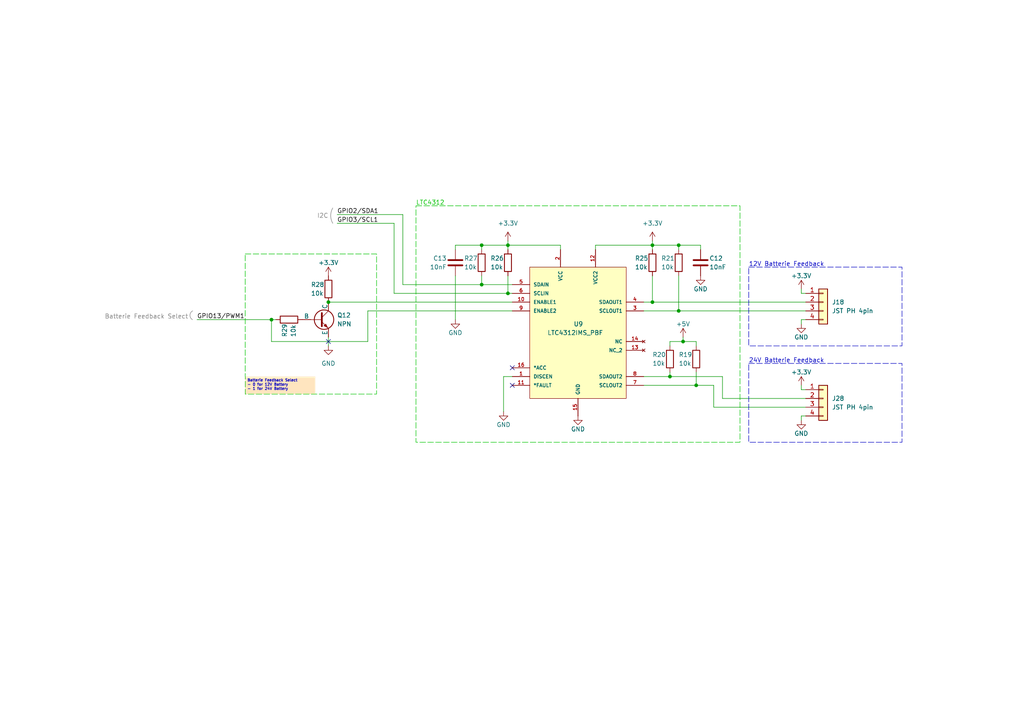
<source format=kicad_sch>
(kicad_sch (version 20230121) (generator eeschema)
  (paper "A4")
  (lib_symbols
    (symbol "1ExoSpineLibrary:LTC4312IMS_PBF" (pin_names (offset 1.016))
      (property "Reference" "U" (at -1.27 0 0))
      (property "Value" "LTC4312IMS_PBF" (at -7.62 -2.54 0))
      (symbol "LTC4312IMS_PBF_0_0"
        (rectangle (start -13.97 17.78) (end 13.97 -20.32) (stroke (width 0.1524)) (fill (type background)))
      )
      (symbol "LTC4312IMS_PBF_1_0"
        (pin input line (at -19.05 -13.97 0) (length 5.08) (name "DISCEN") (number "1"))
        (pin bidirectional line (at -19.05 7.62 0) (length 5.08) (name "ENABLE1") (number "10"))
        (pin output line (at -19.05 -16.51 0) (length 5.08) (name "*FAULT") (number "11"))
        (pin power_in line (at 5.08 22.86 270) (length 5.08) (name "VCC2") (number "12"))
        (pin no_connect line (at 19.05 -6.35 180) (length 5.08) (name "NC_2") (number "13"))
        (pin no_connect line (at 19.05 -3.81 180) (length 5.08) (name "NC") (number "14"))
        (pin power_in line (at 0 -25.4 90) (length 5.08) (name "GND") (number "15"))
        (pin passive line (at -19.05 -11.43 0) (length 5.08) (name "*ACC") (number "16"))
        (pin power_in line (at -5.08 22.86 270) (length 5.08) (name "VCC") (number "2"))
        (pin bidirectional line (at 19.05 5.08 180) (length 5.08) (name "SCLOUT1") (number "3"))
        (pin bidirectional line (at 19.05 7.62 180) (length 5.08) (name "SDAOUT1") (number "4"))
        (pin bidirectional line (at -19.05 12.7 0) (length 5.08) (name "SDAIN") (number "5"))
        (pin bidirectional line (at -19.05 10.16 0) (length 5.08) (name "SCLIN") (number "6"))
        (pin bidirectional line (at 19.05 -16.51 180) (length 5.08) (name "SCLOUT2") (number "7"))
        (pin bidirectional line (at 19.05 -13.97 180) (length 5.08) (name "SDAOUT2") (number "8"))
        (pin bidirectional line (at -19.05 5.08 0) (length 5.08) (name "ENABLE2") (number "9"))
      )
    )
    (symbol "Connector_Generic:Conn_01x04" (pin_names (offset 1.016) hide)
      (property "Reference" "J" (at 0 5.08 0))
      (property "Value" "Conn_01x04" (at 0 -7.62 0))
      (symbol "Conn_01x04_1_1"
        (rectangle (start -1.27 -4.953) (end 0 -5.207) (stroke (width 0.1524)))
        (rectangle (start -1.27 -2.413) (end 0 -2.667) (stroke (width 0.1524)))
        (rectangle (start -1.27 0.127) (end 0 -0.127) (stroke (width 0.1524)))
        (rectangle (start -1.27 2.667) (end 0 2.413) (stroke (width 0.1524)))
        (rectangle (start -1.27 3.81) (end 1.27 -6.35) (stroke (width 0.254)) (fill (type background)))
        (pin passive line (at -5.08 2.54 0) (length 3.81) (name "Pin_1") (number "1"))
        (pin passive line (at -5.08 0 0) (length 3.81) (name "Pin_2") (number "2"))
        (pin passive line (at -5.08 -2.54 0) (length 3.81) (name "Pin_3") (number "3"))
        (pin passive line (at -5.08 -5.08 0) (length 3.81) (name "Pin_4") (number "4"))
      )
    )
    (symbol "Device:C" (pin_numbers hide) (pin_names (offset 0.254))
      (property "Reference" "C" (at 0.635 2.54 0))
      (property "Value" "C" (at 0.635 -2.54 0))
      (symbol "C_0_1"
        (polyline (pts (xy -2.032 -0.762) (xy 2.032 -0.762)) (stroke (width 0.508)))
        (polyline (pts (xy -2.032 0.762) (xy 2.032 0.762)) (stroke (width 0.508)))
      )
      (symbol "C_1_1"
        (pin passive line (at 0 3.81 270) (length 2.794) (name "~") (number "1"))
        (pin passive line (at 0 -3.81 90) (length 2.794) (name "~") (number "2"))
      )
    )
    (symbol "Device:R" (pin_numbers hide) (pin_names (offset 0))
      (property "Reference" "R" (at 2.032 0 90))
      (property "Value" "R" (at 0 0 90))
      (symbol "R_0_1"
        (rectangle (start -1.016 -2.54) (end 1.016 2.54) (stroke (width 0.254)))
      )
      (symbol "R_1_1"
        (pin passive line (at 0 3.81 270) (length 1.27) (name "~") (number "1"))
        (pin passive line (at 0 -3.81 90) (length 1.27) (name "~") (number "2"))
      )
    )
    (symbol "Simulation_SPICE:NPN" (pin_numbers hide) (pin_names (offset 0))
      (property "Reference" "Q" (at -2.54 7.62 0))
      (property "Value" "NPN" (at -2.54 5.08 0))
      (symbol "NPN_0_1"
        (polyline (pts (xy -2.54 0) (xy 0.635 0)) (stroke (width 0.1524)))
        (polyline (pts (xy 0.635 0.635) (xy 2.54 2.54)))
        (polyline (pts (xy 2.794 -1.27) (xy 2.794 -1.27)) (stroke (width 0.1524)))
        (polyline (pts (xy 2.794 -1.27) (xy 2.794 -1.27)) (stroke (width 0.1524)))
        (polyline (pts (xy 0.635 -0.635) (xy 2.54 -2.54) (xy 2.54 -2.54)))
        (polyline (pts (xy 0.635 1.905) (xy 0.635 -1.905) (xy 0.635 -1.905)) (stroke (width 0.508)))
        (polyline (pts (xy 1.27 -1.778) (xy 1.778 -1.27) (xy 2.286 -2.286) (xy 1.27 -1.778) (xy 1.27 -1.778)) (fill (type outline)))
        (circle (center 1.27 0) (radius 2.8194) (stroke (width 0.254)))
      )
      (symbol "NPN_1_1"
        (pin open_collector line (at 2.54 5.08 270) (length 2.54) (name "C") (number "1"))
        (pin input line (at -5.08 0 0) (length 2.54) (name "B") (number "2"))
        (pin open_emitter line (at 2.54 -5.08 90) (length 2.54) (name "E") (number "3"))
      )
    )
    (symbol "power:+3.3V" (power) (pin_names (offset 0))
      (property "Value" "+3.3V" (at 0 3.556 0))
      (symbol "+3.3V_0_1"
        (polyline (pts (xy -0.762 1.27) (xy 0 2.54)))
        (polyline (pts (xy 0 0) (xy 0 2.54)))
        (polyline (pts (xy 0 2.54) (xy 0.762 1.27)))
      )
      (symbol "+3.3V_1_1"
        (pin power_in line (at 0 0 90) (length 0) hide (name "+3.3V") (number "1"))
      )
    )
    (symbol "power:+5V" (power) (pin_names (offset 0))
      (property "Value" "+5V" (at 0 3.556 0))
      (symbol "+5V_0_1"
        (polyline (pts (xy -0.762 1.27) (xy 0 2.54)))
        (polyline (pts (xy 0 0) (xy 0 2.54)))
        (polyline (pts (xy 0 2.54) (xy 0.762 1.27)))
      )
      (symbol "+5V_1_1"
        (pin power_in line (at 0 0 90) (length 0) hide (name "+5V") (number "1"))
      )
    )
    (symbol "power:GND" (power) (pin_names (offset 0))
      (property "Value" "GND" (at 0 -3.81 0))
      (symbol "GND_0_1"
        (polyline (pts (xy 0 0) (xy 0 -1.27) (xy 1.27 -1.27) (xy 0 -2.54) (xy -1.27 -1.27) (xy 0 -1.27)))
      )
      (symbol "GND_1_1"
        (pin power_in line (at 0 0 270) (length 0) hide (name "GND") (number "1"))
      )
    )
  )
  (junction (at 201.93 111.76))
  (junction (at 147.32 85.09))
  (junction (at 189.23 71.12))
  (junction (at 139.7 71.12))
  (junction (at 196.85 90.17))
  (junction (at 95.25 87.63))
  (junction (at 196.85 71.12))
  (junction (at 147.32 71.12))
  (junction (at 139.7 82.55))
  (junction (at 189.23 87.63))
  (junction (at 78.74 92.71))
  (junction (at 194.31 109.22))
  (junction (at 198.12 99.06))
  (no_connect (at 148.59 106.68))
  (no_connect (at 148.59 111.76))
  (no_connect (at 95.25 99.06))
  (wire (pts (xy 172.72 72.39) (xy 172.72 71.12)))
  (wire (pts (xy 209.55 115.57) (xy 209.55 109.22)))
  (wire (pts (xy 95.25 97.79) (xy 95.25 100.33)))
  (wire (pts (xy 198.12 99.06) (xy 201.93 99.06)))
  (wire (pts (xy 139.7 80.01) (xy 139.7 82.55)))
  (wire (pts (xy 196.85 71.12) (xy 203.2 71.12)))
  (wire (pts (xy 147.32 71.12) (xy 139.7 71.12)))
  (wire (pts (xy 147.32 80.01) (xy 147.32 85.09)))
  (wire (pts (xy 233.68 115.57) (xy 209.55 115.57)))
  (wire (pts (xy 106.68 90.17) (xy 148.59 90.17)))
  (wire (pts (xy 189.23 80.01) (xy 189.23 87.63)))
  (wire (pts (xy 196.85 90.17) (xy 233.68 90.17)))
  (wire (pts (xy 232.41 92.71) (xy 232.41 93.98)))
  (wire (pts (xy 95.25 87.63) (xy 148.59 87.63)))
  (wire (pts (xy 203.2 71.12) (xy 203.2 72.39)))
  (wire (pts (xy 194.31 99.06) (xy 198.12 99.06)))
  (wire (pts (xy 186.69 109.22) (xy 194.31 109.22)))
  (wire (pts (xy 147.32 85.09) (xy 148.59 85.09)))
  (wire (pts (xy 162.56 71.12) (xy 147.32 71.12)))
  (wire (pts (xy 139.7 71.12) (xy 139.7 72.39)))
  (wire (pts (xy 116.84 62.23) (xy 116.84 82.55)))
  (wire (pts (xy 147.32 71.12) (xy 147.32 72.39)))
  (wire (pts (xy 194.31 100.33) (xy 194.31 99.06)))
  (wire (pts (xy 201.93 107.95) (xy 201.93 111.76)))
  (wire (pts (xy 106.68 90.17) (xy 106.68 99.06)))
  (wire (pts (xy 116.84 82.55) (xy 139.7 82.55)))
  (wire (pts (xy 186.69 90.17) (xy 196.85 90.17)))
  (wire (pts (xy 232.41 85.09) (xy 232.41 83.82)))
  (wire (pts (xy 172.72 71.12) (xy 189.23 71.12)))
  (wire (pts (xy 146.05 119.38) (xy 146.05 109.22)))
  (wire (pts (xy 207.01 118.11) (xy 233.68 118.11)))
  (wire (pts (xy 147.32 69.85) (xy 147.32 71.12)))
  (wire (pts (xy 146.05 109.22) (xy 148.59 109.22)))
  (wire (pts (xy 232.41 85.09) (xy 233.68 85.09)))
  (wire (pts (xy 194.31 107.95) (xy 194.31 109.22)))
  (wire (pts (xy 233.68 120.65) (xy 232.41 120.65)))
  (wire (pts (xy 162.56 71.12) (xy 162.56 72.39)))
  (wire (pts (xy 57.15 92.71) (xy 78.74 92.71)))
  (wire (pts (xy 97.79 62.23) (xy 116.84 62.23)))
  (wire (pts (xy 114.3 85.09) (xy 114.3 64.77)))
  (wire (pts (xy 189.23 87.63) (xy 233.68 87.63)))
  (wire (pts (xy 201.93 111.76) (xy 207.01 111.76)))
  (wire (pts (xy 232.41 120.65) (xy 232.41 121.92)))
  (wire (pts (xy 139.7 82.55) (xy 148.59 82.55)))
  (wire (pts (xy 186.69 87.63) (xy 189.23 87.63)))
  (wire (pts (xy 201.93 99.06) (xy 201.93 100.33)))
  (wire (pts (xy 233.68 92.71) (xy 232.41 92.71)))
  (wire (pts (xy 196.85 80.01) (xy 196.85 90.17)))
  (wire (pts (xy 196.85 71.12) (xy 196.85 72.39)))
  (wire (pts (xy 194.31 109.22) (xy 209.55 109.22)))
  (wire (pts (xy 139.7 71.12) (xy 132.08 71.12)))
  (wire (pts (xy 132.08 71.12) (xy 132.08 72.39)))
  (wire (pts (xy 189.23 71.12) (xy 196.85 71.12)))
  (wire (pts (xy 132.08 92.71) (xy 132.08 80.01)))
  (wire (pts (xy 114.3 64.77) (xy 97.79 64.77)))
  (wire (pts (xy 189.23 71.12) (xy 189.23 72.39)))
  (wire (pts (xy 207.01 111.76) (xy 207.01 118.11)))
  (wire (pts (xy 198.12 97.79) (xy 198.12 99.06)))
  (wire (pts (xy 78.74 99.06) (xy 78.74 92.71)))
  (wire (pts (xy 232.41 113.03) (xy 232.41 111.76)))
  (wire (pts (xy 80.01 92.71) (xy 78.74 92.71)))
  (wire (pts (xy 232.41 113.03) (xy 233.68 113.03)))
  (wire (pts (xy 186.69 111.76) (xy 201.93 111.76)))
  (wire (pts (xy 147.32 85.09) (xy 114.3 85.09)))
  (wire (pts (xy 78.74 99.06) (xy 106.68 99.06)))
  (wire (pts (xy 189.23 69.85) (xy 189.23 71.12)))
  (rectangle (start 71.12 73.66) (end 109.22 114.3) (stroke (width 0) (type dash) (color 0 194 0 1)))
  (rectangle (start 217.17 105.41) (end 261.62 128.27) (stroke (width 0) (type dash) (color 0 0 194 1)))
  (rectangle (start 217.17 77.47) (end 261.62 100.33) (stroke (width 0) (type dash) (color 0 0 194 1)))
  (rectangle (start 120.65 59.69) (end 214.63 128.27) (stroke (width 0) (type dash) (color 0 194 0 1)))
  (arc (start 55.826 92.713) (mid 55.0982 91.4253) (end 55.88 90.17) (stroke (width 0) (color 132 132 132 1)))
  (arc (start 96.52 64.77) (mid 95.9231 62.5476) (end 96.52 60.325) (stroke (width 0) (color 132 132 132 1)))
  (text_box "Batterie Feedback Select\n- 0 for 12V Battery\n- 1 for 24V Battery" (at 71.12 109.22 0) (size 20.32 5.08) (stroke (width -0.0001)) (fill (type color) (color 255 229 191 1)) (effects (font (size 0.762 0.762)) (justify left top)))
  (text "Batterie Feedback Select" (at 54.61 92.71 0) (effects (font (size 1.27 1.27)) (justify right bottom)))
  (text "24V Batterie Feedback" (at 217.17 105.41 0) (effects (font (size 1.27 1.27)) (justify left bottom)))
  (text "12V Batterie Feedback" (at 217.17 77.47 0) (effects (font (size 1.27 1.27)) (justify left bottom)))
  (text "I2C" (at 95.25 63.5 0) (effects (font (size 1.27 1.27)) (justify right bottom)))
  (text "LTC4312" (at 120.65 59.69 0) (effects (font (size 1.27 1.27)) (justify left bottom)))
  (label "GPIO13{slash}PWM1" (at 57.15 92.71 0))
  (label "GPIO3{slash}SCL1" (at 97.79 64.77 0))
  (label "GPIO2{slash}SDA1" (at 97.79 62.23 0))
  (symbol (lib_id "power:+3.3V") (at 95.25 80.01 0) (unit 1)
    (property "Reference" "#PWR068" (effects hide))
    (property "Value" "+3.3V" (at 95.25 76.2 0))
  )
  (symbol (lib_id "power:GND") (at 95.25 100.33 0) (unit 1)
    (property "Reference" "#PWR067" (effects hide))
    (property "Value" "GND" (at 95.25 105.41 0))
  )
  (symbol (lib_id "Device:C") (at 132.08 76.2 0) (mirror y) (unit 1)
    (property "Reference" "C13" (at 129.54 74.93 0) (effects (justify left)))
    (property "Value" "10nF" (at 129.54 77.47 0) (effects (justify left)))
    (property "Footprint" "Capacitor_SMD:C_0805_2012Metric" (effects hide))
    (property "Datasheet" "https://wmsc.lcsc.com/wmsc/upload/file/pdf/v2/lcsc/2304140030_Samsung-Electro-Mechanics-CL21B103KBANNNC_C1710.pdf" (effects hide))
    (property "JLCPCB" "https://jlcpcb.com/partdetail/2062-CL21B103KBANNNC/C1710" (effects hide))
  )
  (symbol (lib_id "power:+3.3V") (at 147.32 69.85 0) (mirror y) (unit 1)
    (property "Reference" "#PWR055" (effects hide))
    (property "Value" "+3.3V" (at 147.32 64.77 0))
  )
  (symbol (lib_id "Connector_Generic:Conn_01x04") (at 238.76 87.63 0) (unit 1)
    (property "Reference" "J18" (at 241.3 87.63 0) (effects (justify left)))
    (property "Value" "JST PH 4pin" (at 241.3 90.17 0) (effects (justify left)))
    (property "Footprint" "Connector_JST:JST_PH_B4B-PH-K_1x04_P2.00mm_Vertical" (effects hide))
  )
  (symbol (lib_id "power:+3.3V") (at 189.23 69.85 0) (unit 1)
    (property "Reference" "#PWR054" (effects hide))
    (property "Value" "+3.3V" (at 189.23 64.77 0))
  )
  (symbol (lib_id "power:GND") (at 167.64 120.65 0) (unit 1)
    (property "Reference" "#PWR057" (effects hide))
    (property "Value" "GND" (at 167.64 124.46 0))
  )
  (symbol (lib_id "Simulation_SPICE:NPN") (at 92.71 92.71 0) (unit 1)
    (property "Reference" "Q12" (at 97.79 91.44 0) (effects (justify left)))
    (property "Value" "NPN" (at 97.79 93.98 0) (effects (justify left)))
    (property "Sim.Device" "NPN" (effects hide))
    (property "Sim.Type" "GUMMELPOON" (effects hide))
    (property "Sim.Pins" "1=C 2=B 3=E" (effects hide))
  )
  (symbol (lib_id "power:+5V") (at 198.12 97.79 0) (unit 1)
    (property "Reference" "#PWR052" (effects hide))
    (property "Value" "+5V" (at 198.12 93.98 0))
  )
  (symbol (lib_id "power:GND") (at 232.41 93.98 0) (unit 1)
    (property "Reference" "#PWR063" (effects hide))
    (property "Value" "GND" (at 232.41 97.79 0))
  )
  (symbol (lib_id "Device:R") (at 83.82 92.71 90) (unit 1)
    (property "Reference" "R29" (at 82.55 97.79 0) (effects (justify left)))
    (property "Value" "10k" (at 85.09 97.79 0) (effects (justify left)))
    (property "Footprint" "Resistor_SMD:R_0402_1005Metric" (effects hide))
    (property "Datasheet" "https://wmsc.lcsc.com/wmsc/upload/file/pdf/v2/lcsc/2206010100_UNI-ROYAL-Uniroyal-Elec-0402WGF1002TCE_C25744.pdf" (effects hide))
    (property "JLCPCB" "https://jlcpcb.com/partdetail/26487-0402WGF1002TCE/C25744" (effects hide))
  )
  (symbol (lib_id "Device:R") (at 201.93 104.14 0) (unit 1)
    (property "Reference" "R19" (at 196.85 102.87 0) (effects (justify left)))
    (property "Value" "10k" (at 196.85 105.41 0) (effects (justify left)))
    (property "Footprint" "Resistor_SMD:R_0402_1005Metric" (effects hide))
    (property "Datasheet" "https://wmsc.lcsc.com/wmsc/upload/file/pdf/v2/lcsc/2206010100_UNI-ROYAL-Uniroyal-Elec-0402WGF1002TCE_C25744.pdf" (effects hide))
    (property "JLCPCB" "https://jlcpcb.com/partdetail/26487-0402WGF1002TCE/C25744" (effects hide))
  )
  (symbol (lib_id "1ExoSpineLibrary:LTC4312IMS_PBF") (at 167.64 95.25 0) (unit 1)
    (property "Reference" "U9" (at 166.37 93.98 0) (effects (justify left)))
    (property "Value" "LTC4312IMS_PBF" (at 158.75 96.52 0) (effects (justify left)))
    (property "Footprint" "LTC4312IMS_PBF:MSOP-16_MS" (effects hide))
    (property "VENDOR" "Linear Technology" (effects hide))
    (property "MANUFACTURER_PART_NUMBER" "ltc4312ims#pbf" (effects hide))
  )
  (symbol (lib_id "power:+3.3V") (at 232.41 111.76 0) (unit 1)
    (property "Reference" "#PWR065" (effects hide))
    (property "Value" "+3.3V" (at 232.41 107.95 0))
  )
  (symbol (lib_id "power:+3.3V") (at 232.41 83.82 0) (unit 1)
    (property "Reference" "#PWR064" (effects hide))
    (property "Value" "+3.3V" (at 232.41 80.01 0))
  )
  (symbol (lib_id "Connector_Generic:Conn_01x04") (at 238.76 115.57 0) (unit 1)
    (property "Reference" "J28" (at 241.3 115.57 0) (effects (justify left)))
    (property "Value" "JST PH 4pin" (at 241.3 118.11 0) (effects (justify left)))
    (property "Footprint" "Connector_JST:JST_PH_B4B-PH-K_1x04_P2.00mm_Vertical" (effects hide))
  )
  (symbol (lib_id "Device:R") (at 139.7 76.2 0) (unit 1)
    (property "Reference" "R27" (at 134.62 74.93 0) (effects (justify left)))
    (property "Value" "10k" (at 134.62 77.47 0) (effects (justify left)))
    (property "Footprint" "Resistor_SMD:R_0402_1005Metric" (effects hide))
    (property "Datasheet" "https://wmsc.lcsc.com/wmsc/upload/file/pdf/v2/lcsc/2206010100_UNI-ROYAL-Uniroyal-Elec-0402WGF1002TCE_C25744.pdf" (effects hide))
    (property "JLCPCB" "https://jlcpcb.com/partdetail/26487-0402WGF1002TCE/C25744" (effects hide))
  )
  (symbol (lib_id "power:GND") (at 203.2 80.01 0) (unit 1)
    (property "Reference" "#PWR053" (effects hide))
    (property "Value" "GND" (at 203.2 83.82 0))
  )
  (symbol (lib_id "Device:C") (at 203.2 76.2 0) (unit 1)
    (property "Reference" "C12" (at 205.74 74.93 0) (effects (justify left)))
    (property "Value" "10nF" (at 205.74 77.47 0) (effects (justify left)))
    (property "Footprint" "Capacitor_SMD:C_0805_2012Metric" (effects hide))
    (property "Datasheet" "https://wmsc.lcsc.com/wmsc/upload/file/pdf/v2/lcsc/2304140030_Samsung-Electro-Mechanics-CL21B103KBANNNC_C1710.pdf" (effects hide))
    (property "JLCPCB" "https://jlcpcb.com/partdetail/2062-CL21B103KBANNNC/C1710" (effects hide))
  )
  (symbol (lib_id "power:GND") (at 232.41 121.92 0) (unit 1)
    (property "Reference" "#PWR066" (effects hide))
    (property "Value" "GND" (at 232.41 125.73 0))
  )
  (symbol (lib_id "Device:R") (at 147.32 76.2 0) (unit 1)
    (property "Reference" "R26" (at 142.24 74.93 0) (effects (justify left)))
    (property "Value" "10k" (at 142.24 77.47 0) (effects (justify left)))
    (property "Footprint" "Resistor_SMD:R_0402_1005Metric" (effects hide))
    (property "Datasheet" "https://wmsc.lcsc.com/wmsc/upload/file/pdf/v2/lcsc/2206010100_UNI-ROYAL-Uniroyal-Elec-0402WGF1002TCE_C25744.pdf" (effects hide))
    (property "JLCPCB" "https://jlcpcb.com/partdetail/26487-0402WGF1002TCE/C25744" (effects hide))
  )
  (symbol (lib_id "Device:R") (at 189.23 76.2 0) (unit 1)
    (property "Reference" "R25" (at 184.15 74.93 0) (effects (justify left)))
    (property "Value" "10k" (at 184.15 77.47 0) (effects (justify left)))
    (property "Footprint" "Resistor_SMD:R_0402_1005Metric" (effects hide))
    (property "Datasheet" "https://wmsc.lcsc.com/wmsc/upload/file/pdf/v2/lcsc/2206010100_UNI-ROYAL-Uniroyal-Elec-0402WGF1002TCE_C25744.pdf" (effects hide))
    (property "JLCPCB" "https://jlcpcb.com/partdetail/26487-0402WGF1002TCE/C25744" (effects hide))
  )
  (symbol (lib_id "power:GND") (at 132.08 92.71 0) (mirror y) (unit 1)
    (property "Reference" "#PWR056" (effects hide))
    (property "Value" "GND" (at 132.08 96.52 0))
  )
  (symbol (lib_id "Device:R") (at 196.85 76.2 0) (unit 1)
    (property "Reference" "R21" (at 191.77 74.93 0) (effects (justify left)))
    (property "Value" "10k" (at 191.77 77.47 0) (effects (justify left)))
    (property "Footprint" "Resistor_SMD:R_0402_1005Metric" (effects hide))
    (property "Datasheet" "https://wmsc.lcsc.com/wmsc/upload/file/pdf/v2/lcsc/2206010100_UNI-ROYAL-Uniroyal-Elec-0402WGF1002TCE_C25744.pdf" (effects hide))
    (property "JLCPCB" "https://jlcpcb.com/partdetail/26487-0402WGF1002TCE/C25744" (effects hide))
  )
  (symbol (lib_id "Device:R") (at 95.25 83.82 0) (unit 1)
    (property "Reference" "R28" (at 90.17 82.55 0) (effects (justify left)))
    (property "Value" "10k" (at 90.17 85.09 0) (effects (justify left)))
    (property "Footprint" "Resistor_SMD:R_0402_1005Metric" (effects hide))
    (property "Datasheet" "https://wmsc.lcsc.com/wmsc/upload/file/pdf/v2/lcsc/2206010100_UNI-ROYAL-Uniroyal-Elec-0402WGF1002TCE_C25744.pdf" (effects hide))
    (property "JLCPCB" "https://jlcpcb.com/partdetail/26487-0402WGF1002TCE/C25744" (effects hide))
  )
  (symbol (lib_id "power:GND") (at 146.05 119.38 0) (mirror y) (unit 1)
    (property "Reference" "#PWR069" (effects hide))
    (property "Value" "GND" (at 146.05 123.19 0))
  )
  (symbol (lib_id "Device:R") (at 194.31 104.14 0) (unit 1)
    (property "Reference" "R20" (at 189.23 102.87 0) (effects (justify left)))
    (property "Value" "10k" (at 189.23 105.41 0) (effects (justify left)))
    (property "Footprint" "Resistor_SMD:R_0402_1005Metric" (effects hide))
    (property "Datasheet" "https://wmsc.lcsc.com/wmsc/upload/file/pdf/v2/lcsc/2206010100_UNI-ROYAL-Uniroyal-Elec-0402WGF1002TCE_C25744.pdf" (effects hide))
    (property "JLCPCB" "https://jlcpcb.com/partdetail/26487-0402WGF1002TCE/C25744" (effects hide))
  )
)
</source>
